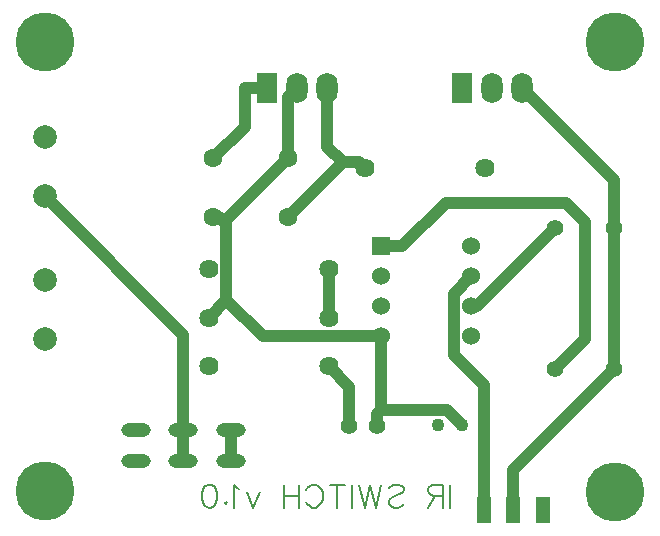
<source format=gbl>
G04 Layer: BottomLayer*
G04 EasyEDA v6.5.12, 2022-10-09 20:59:30*
G04 6618d418ddb7492eb1f763c1ca00203a,0dc1cd2b4b68440da47f955ee06510d5,10*
G04 Gerber Generator version 0.2*
G04 Scale: 100 percent, Rotated: No, Reflected: No *
G04 Dimensions in millimeters *
G04 leading zeros omitted , absolute positions ,4 integer and 5 decimal *
%FSLAX45Y45*%
%MOMM*%

%ADD10C,0.2032*%
%ADD11C,1.0000*%
%ADD12C,2.0000*%
%ADD13C,1.1000*%
%ADD14C,1.6000*%
%ADD15C,1.4000*%
%ADD16O,1.7999964X2.5999948*%
%ADD17R,1.8000X2.6000*%
%ADD18C,1.6256*%
%ADD19C,1.4000*%
%ADD20O,2.4999949999999997X1.1999976*%
%ADD21R,1.5240X1.5240*%
%ADD22C,1.5240*%
%ADD23R,1.2116X2.1819*%
%ADD24C,5.0000*%

%LPD*%
D10*
X4356100Y3595946D02*
G01*
X4356100Y3401984D01*
X4295140Y3595946D02*
G01*
X4295140Y3401984D01*
X4295140Y3595946D02*
G01*
X4212013Y3595946D01*
X4184304Y3586711D01*
X4175066Y3577475D01*
X4165831Y3559002D01*
X4165831Y3540528D01*
X4175066Y3522055D01*
X4184304Y3512820D01*
X4212013Y3503584D01*
X4295140Y3503584D01*
X4230484Y3503584D02*
G01*
X4165831Y3401984D01*
X3833322Y3568237D02*
G01*
X3851795Y3586711D01*
X3879504Y3595946D01*
X3916448Y3595946D01*
X3944157Y3586711D01*
X3962631Y3568237D01*
X3962631Y3549764D01*
X3953395Y3531293D01*
X3944157Y3522055D01*
X3925684Y3512820D01*
X3870266Y3494346D01*
X3851795Y3485111D01*
X3842557Y3475875D01*
X3833322Y3457402D01*
X3833322Y3429693D01*
X3851795Y3411220D01*
X3879504Y3401984D01*
X3916448Y3401984D01*
X3944157Y3411220D01*
X3962631Y3429693D01*
X3772362Y3595946D02*
G01*
X3726179Y3401984D01*
X3679997Y3595946D02*
G01*
X3726179Y3401984D01*
X3679997Y3595946D02*
G01*
X3633815Y3401984D01*
X3587635Y3595946D02*
G01*
X3633815Y3401984D01*
X3526675Y3595946D02*
G01*
X3526675Y3401984D01*
X3401059Y3595946D02*
G01*
X3401059Y3401984D01*
X3465715Y3595946D02*
G01*
X3336404Y3595946D01*
X3136900Y3549764D02*
G01*
X3146135Y3568237D01*
X3164608Y3586711D01*
X3183082Y3595946D01*
X3220026Y3595946D01*
X3238500Y3586711D01*
X3256973Y3568237D01*
X3266208Y3549764D01*
X3275444Y3522055D01*
X3275444Y3475875D01*
X3266208Y3448164D01*
X3256973Y3429693D01*
X3238500Y3411220D01*
X3220026Y3401984D01*
X3183082Y3401984D01*
X3164608Y3411220D01*
X3146135Y3429693D01*
X3136900Y3448164D01*
X3075940Y3595946D02*
G01*
X3075940Y3401984D01*
X2946631Y3595946D02*
G01*
X2946631Y3401984D01*
X3075940Y3503584D02*
G01*
X2946631Y3503584D01*
X2743431Y3531293D02*
G01*
X2688013Y3401984D01*
X2632595Y3531293D02*
G01*
X2688013Y3401984D01*
X2571635Y3559002D02*
G01*
X2553162Y3568237D01*
X2525453Y3595946D01*
X2525453Y3401984D01*
X2455255Y3448164D02*
G01*
X2464493Y3438928D01*
X2455255Y3429693D01*
X2446020Y3438928D01*
X2455255Y3448164D01*
X2329642Y3595946D02*
G01*
X2357351Y3586711D01*
X2375824Y3559002D01*
X2385059Y3512820D01*
X2385059Y3485111D01*
X2375824Y3438928D01*
X2357351Y3411220D01*
X2329642Y3401984D01*
X2311168Y3401984D01*
X2283459Y3411220D01*
X2264986Y3438928D01*
X2255751Y3485111D01*
X2255751Y3512820D01*
X2264986Y3559002D01*
X2283459Y3586711D01*
X2311168Y3595946D01*
X2329642Y3595946D01*
D11*
X3948175Y5613400D02*
G01*
X4316475Y5981700D01*
X5334000Y5981700D01*
X5499100Y5816600D01*
X5499100Y4828286D01*
X5242813Y4572000D01*
X3632200Y6273800D02*
G01*
X3582619Y6323380D01*
X3449193Y6323380D01*
X3314725Y6952742D02*
G01*
X3314725Y6457848D01*
X3449193Y6323380D01*
X3449193Y6323380D02*
G01*
X2984500Y5858687D01*
X2095500Y3794302D02*
G01*
X2095500Y4054297D01*
X2095500Y4054297D02*
G01*
X2095500Y4861305D01*
X920750Y6036055D01*
X3327400Y5010150D02*
G01*
X3327400Y5422900D01*
X4889500Y3378200D02*
G01*
X4889500Y3718737D01*
X5742762Y4572000D01*
X5742762Y4572000D02*
G01*
X5742762Y5765800D01*
X4965725Y6952742D02*
G01*
X5742762Y6175705D01*
X5742762Y5765800D01*
X3739641Y4089400D02*
G01*
X3739641Y4195063D01*
X3771900Y4227321D01*
X3771900Y4227321D02*
G01*
X4330877Y4227321D01*
X4456099Y4102100D01*
X3060700Y6953732D02*
G01*
X2984500Y6877532D01*
X2984500Y6358686D01*
X2984500Y6358686D02*
G01*
X2442463Y5816650D01*
X2349500Y5858687D02*
G01*
X2400427Y5858687D01*
X2442463Y5816650D01*
X2442463Y5816650D02*
G01*
X2460167Y5798946D01*
X2460167Y5158917D01*
X2460167Y5158917D02*
G01*
X2311400Y5010150D01*
X3771900Y4851400D02*
G01*
X3771900Y4227321D01*
X3771900Y4851400D02*
G01*
X2767685Y4851400D01*
X2460167Y5158917D01*
X2495499Y4054297D02*
G01*
X2495499Y3794302D01*
X2616606Y6953758D02*
G01*
X2616606Y6625793D01*
X2349500Y6358686D01*
X2806700Y6953758D02*
G01*
X2616606Y6953758D01*
X4640579Y3378200D02*
G01*
X4640579Y4436973D01*
X4387900Y4689652D01*
X4387900Y5213400D01*
X4533900Y5359400D01*
X3327400Y4597400D02*
G01*
X3499358Y4425442D01*
X3499358Y4089400D01*
X4533900Y5105400D02*
G01*
X4582363Y5105400D01*
X5242763Y5765800D01*
X3771900Y5613400D02*
G01*
X3948175Y5613400D01*
D12*
G01*
X920750Y6536944D03*
G01*
X920750Y6036055D03*
G01*
X920750Y5330444D03*
G01*
X920750Y4829555D03*
D13*
G01*
X4256100Y4102100D03*
G01*
X4456099Y4102100D03*
D14*
G01*
X2349500Y5858687D03*
G01*
X2349500Y6358686D03*
G01*
X2984500Y5858687D03*
G01*
X2984500Y6358686D03*
D15*
G01*
X3499358Y4089400D03*
G01*
X3739641Y4089400D03*
D16*
G01*
X4711700Y6953732D03*
G01*
X4965725Y6952742D03*
D17*
G01*
X4457700Y6953758D03*
D16*
G01*
X3060700Y6953732D03*
G01*
X3314725Y6952742D03*
D17*
G01*
X2806700Y6953758D03*
D18*
G01*
X3632200Y6273800D03*
G01*
X4648200Y6273800D03*
G01*
X2311400Y5422900D03*
G01*
X3327400Y5422900D03*
G01*
X2311400Y5010150D03*
G01*
X3327400Y5010150D03*
G01*
X2311400Y4597400D03*
G01*
X3327400Y4597400D03*
D19*
G01*
X5242763Y5765800D03*
G01*
X5742762Y5765800D03*
G01*
X5742762Y4572000D03*
G01*
X5242763Y4572000D03*
D20*
G01*
X2495499Y3794302D03*
G01*
X2095500Y3794302D03*
G01*
X1695500Y3794302D03*
G01*
X2495499Y4054297D03*
G01*
X2095500Y4054297D03*
G01*
X1695500Y4054297D03*
D21*
G01*
X3771900Y5613400D03*
D22*
G01*
X3771900Y5359400D03*
G01*
X3771900Y5105400D03*
G01*
X3771900Y4851400D03*
G01*
X4533900Y4851400D03*
G01*
X4533900Y5105400D03*
G01*
X4533900Y5359400D03*
G01*
X4533900Y5613400D03*
D23*
G01*
X4889500Y3378200D03*
G01*
X5138420Y3378200D03*
G01*
X4640579Y3378200D03*
D24*
G01*
X5753100Y7340600D03*
G01*
X5753100Y3530600D03*
G01*
X927100Y3543300D03*
G01*
X927100Y7340600D03*
M02*

</source>
